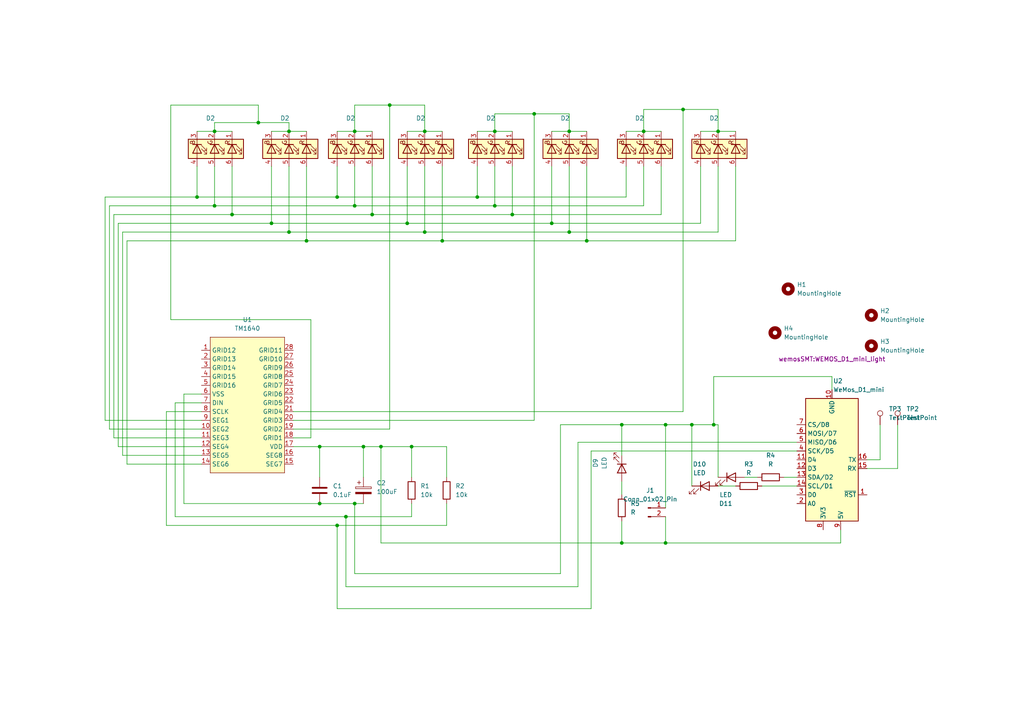
<source format=kicad_sch>
(kicad_sch (version 20230121) (generator eeschema)
  (paper "A4")
  (lib_symbols
    (symbol "Connector:Conn_01x02_Pin" (pin_names (offset 1.016) hide)
      (property "Reference" "J" (at 0 2.54 0))
      (property "Value" "Conn_01x02_Pin" (at 0 -5.08 0))
      (symbol "Conn_01x02_Pin_1_1"
        (polyline (pts (xy 1.27 -2.54) (xy 0.8636 -2.54)) (stroke (width 0.1524)))
        (polyline (pts (xy 1.27 0) (xy 0.8636 0)) (stroke (width 0.1524)))
        (rectangle (start 0.8636 -2.413) (end 0 -2.667) (stroke (width 0.1524)) (fill (type outline)))
        (rectangle (start 0.8636 0.127) (end 0 -0.127) (stroke (width 0.1524)) (fill (type outline)))
        (pin passive line (at 5.08 0 180) (length 3.81) (name "Pin_1") (number "1"))
        (pin passive line (at 5.08 -2.54 180) (length 3.81) (name "Pin_2") (number "2"))
      )
    )
    (symbol "Connector:TestPoint" (pin_numbers hide) (pin_names (offset 0.762) hide)
      (property "Reference" "TP" (at 0 6.858 0))
      (property "Value" "TestPoint" (at 0 5.08 0))
      (symbol "TestPoint_0_1"
        (circle (center 0 3.302) (radius 0.762))
      )
      (symbol "TestPoint_1_1"
        (pin passive line (at 0 0 90) (length 2.54) (name "1") (number "1"))
      )
    )
    (symbol "Device:C" (pin_numbers hide) (pin_names (offset 0.254))
      (property "Reference" "C" (at 0.635 2.54 0))
      (property "Value" "C" (at 0.635 -2.54 0))
      (symbol "C_0_1"
        (polyline (pts (xy -2.032 -0.762) (xy 2.032 -0.762)) (stroke (width 0.508)))
        (polyline (pts (xy -2.032 0.762) (xy 2.032 0.762)) (stroke (width 0.508)))
      )
      (symbol "C_1_1"
        (pin passive line (at 0 3.81 270) (length 2.794) (name "~") (number "1"))
        (pin passive line (at 0 -3.81 90) (length 2.794) (name "~") (number "2"))
      )
    )
    (symbol "Device:C_Polarized" (pin_numbers hide) (pin_names (offset 0.254))
      (property "Reference" "C" (at 0.635 2.54 0))
      (property "Value" "C_Polarized" (at 0.635 -2.54 0))
      (symbol "C_Polarized_0_1"
        (rectangle (start -2.286 0.508) (end 2.286 1.016))
        (polyline (pts (xy -1.778 2.286) (xy -0.762 2.286)))
        (polyline (pts (xy -1.27 2.794) (xy -1.27 1.778)))
        (rectangle (start 2.286 -0.508) (end -2.286 -1.016) (fill (type outline)))
      )
      (symbol "C_Polarized_1_1"
        (pin passive line (at 0 3.81 270) (length 2.794) (name "~") (number "1"))
        (pin passive line (at 0 -3.81 90) (length 2.794) (name "~") (number "2"))
      )
    )
    (symbol "Device:LED" (pin_numbers hide) (pin_names (offset 1.016) hide)
      (property "Reference" "D" (at 0 2.54 0))
      (property "Value" "LED" (at 0 -2.54 0))
      (symbol "LED_0_1"
        (polyline (pts (xy -1.27 -1.27) (xy -1.27 1.27)) (stroke (width 0.254)))
        (polyline (pts (xy -1.27 0) (xy 1.27 0)))
        (polyline (pts (xy 1.27 -1.27) (xy 1.27 1.27) (xy -1.27 0) (xy 1.27 -1.27)) (stroke (width 0.254)))
        (polyline (pts (xy -3.048 -0.762) (xy -4.572 -2.286) (xy -3.81 -2.286) (xy -4.572 -2.286) (xy -4.572 -1.524)))
        (polyline (pts (xy -1.778 -0.762) (xy -3.302 -2.286) (xy -2.54 -2.286) (xy -3.302 -2.286) (xy -3.302 -1.524)))
      )
      (symbol "LED_1_1"
        (pin passive line (at -3.81 0 0) (length 2.54) (name "K") (number "1"))
        (pin passive line (at 3.81 0 180) (length 2.54) (name "A") (number "2"))
      )
    )
    (symbol "Device:LED_RGB" (pin_names (offset 0) hide)
      (property "Reference" "D" (at 0 9.398 0))
      (property "Value" "LED_RGB" (at 0 -8.89 0))
      (symbol "LED_RGB_0_0"
        (text "B" (at -1.905 -6.35 0) (effects (font (size 1.27 1.27))))
        (text "G" (at -1.905 -1.27 0) (effects (font (size 1.27 1.27))))
        (text "R" (at -1.905 3.81 0) (effects (font (size 1.27 1.27))))
      )
      (symbol "LED_RGB_0_1"
        (polyline (pts (xy -1.27 -5.08) (xy -2.54 -5.08)))
        (polyline (pts (xy -1.27 -5.08) (xy 1.27 -5.08)))
        (polyline (pts (xy -1.27 -3.81) (xy -1.27 -6.35)) (stroke (width 0.254)))
        (polyline (pts (xy -1.27 0) (xy -2.54 0)))
        (polyline (pts (xy -1.27 1.27) (xy -1.27 -1.27)) (stroke (width 0.254)))
        (polyline (pts (xy -1.27 5.08) (xy -2.54 5.08)))
        (polyline (pts (xy -1.27 5.08) (xy 1.27 5.08)))
        (polyline (pts (xy -1.27 6.35) (xy -1.27 3.81)) (stroke (width 0.254)))
        (polyline (pts (xy 1.27 -5.08) (xy 2.54 -5.08)))
        (polyline (pts (xy 1.27 0) (xy -1.27 0)))
        (polyline (pts (xy 1.27 0) (xy 2.54 0)))
        (polyline (pts (xy 1.27 5.08) (xy 2.54 5.08)))
        (polyline (pts (xy -1.27 1.27) (xy -1.27 -1.27) (xy -1.27 -1.27)))
        (polyline (pts (xy -1.27 6.35) (xy -1.27 3.81) (xy -1.27 3.81)))
        (polyline (pts (xy 1.27 -3.81) (xy 1.27 -6.35) (xy -1.27 -5.08) (xy 1.27 -3.81)) (stroke (width 0.254)))
        (polyline (pts (xy 1.27 1.27) (xy 1.27 -1.27) (xy -1.27 0) (xy 1.27 1.27)) (stroke (width 0.254)))
        (polyline (pts (xy 1.27 6.35) (xy 1.27 3.81) (xy -1.27 5.08) (xy 1.27 6.35)) (stroke (width 0.254)))
        (polyline (pts (xy -1.016 -3.81) (xy 0.508 -2.286) (xy -0.254 -2.286) (xy 0.508 -2.286) (xy 0.508 -3.048)))
        (polyline (pts (xy -1.016 1.27) (xy 0.508 2.794) (xy -0.254 2.794) (xy 0.508 2.794) (xy 0.508 2.032)))
        (polyline (pts (xy -1.016 6.35) (xy 0.508 7.874) (xy -0.254 7.874) (xy 0.508 7.874) (xy 0.508 7.112)))
        (polyline (pts (xy 0 -3.81) (xy 1.524 -2.286) (xy 0.762 -2.286) (xy 1.524 -2.286) (xy 1.524 -3.048)))
        (polyline (pts (xy 0 1.27) (xy 1.524 2.794) (xy 0.762 2.794) (xy 1.524 2.794) (xy 1.524 2.032)))
        (polyline (pts (xy 0 6.35) (xy 1.524 7.874) (xy 0.762 7.874) (xy 1.524 7.874) (xy 1.524 7.112)))
        (rectangle (start 1.27 -1.27) (end 1.27 1.27))
        (rectangle (start 1.27 1.27) (end 1.27 1.27))
        (rectangle (start 1.27 3.81) (end 1.27 6.35))
        (rectangle (start 1.27 6.35) (end 1.27 6.35))
        (rectangle (start 2.794 8.382) (end -2.794 -7.62) (stroke (width 0.254)) (fill (type background)))
      )
      (symbol "LED_RGB_1_1"
        (pin passive line (at -5.08 5.08 0) (length 2.54) (name "RK") (number "1"))
        (pin passive line (at -5.08 0 0) (length 2.54) (name "GK") (number "2"))
        (pin passive line (at -5.08 -5.08 0) (length 2.54) (name "BK") (number "3"))
        (pin passive line (at 5.08 -5.08 180) (length 2.54) (name "BA") (number "4"))
        (pin passive line (at 5.08 0 180) (length 2.54) (name "GA") (number "5"))
        (pin passive line (at 5.08 5.08 180) (length 2.54) (name "RA") (number "6"))
      )
    )
    (symbol "Device:R" (pin_numbers hide) (pin_names (offset 0))
      (property "Reference" "R" (at 2.032 0 90))
      (property "Value" "R" (at 0 0 90))
      (symbol "R_0_1"
        (rectangle (start -1.016 -2.54) (end 1.016 2.54) (stroke (width 0.254)))
      )
      (symbol "R_1_1"
        (pin passive line (at 0 3.81 270) (length 1.27) (name "~") (number "1"))
        (pin passive line (at 0 -3.81 90) (length 1.27) (name "~") (number "2"))
      )
    )
    (symbol "MCU_Module:WeMos_D1_mini"
      (property "Reference" "U" (at 3.81 19.05 0))
      (property "Value" "WeMos_D1_mini" (at 1.27 -19.05 0))
      (symbol "WeMos_D1_mini_1_1"
        (rectangle (start -7.62 17.78) (end 7.62 -17.78) (stroke (width 0.254)) (fill (type background)))
        (pin input line (at -10.16 10.16 0) (length 2.54) (name "~{RST}") (number "1"))
        (pin power_in line (at 0 -20.32 90) (length 2.54) (name "GND") (number "10"))
        (pin bidirectional line (at 10.16 0 180) (length 2.54) (name "D4") (number "11"))
        (pin bidirectional line (at 10.16 2.54 180) (length 2.54) (name "D3") (number "12"))
        (pin bidirectional line (at 10.16 5.08 180) (length 2.54) (name "SDA/D2") (number "13"))
        (pin bidirectional line (at 10.16 7.62 180) (length 2.54) (name "SCL/D1") (number "14"))
        (pin input line (at -10.16 2.54 0) (length 2.54) (name "RX") (number "15"))
        (pin output line (at -10.16 0 0) (length 2.54) (name "TX") (number "16"))
        (pin input line (at 10.16 12.7 180) (length 2.54) (name "A0") (number "2"))
        (pin bidirectional line (at 10.16 10.16 180) (length 2.54) (name "D0") (number "3"))
        (pin bidirectional line (at 10.16 -2.54 180) (length 2.54) (name "SCK/D5") (number "4"))
        (pin bidirectional line (at 10.16 -5.08 180) (length 2.54) (name "MISO/D6") (number "5"))
        (pin bidirectional line (at 10.16 -7.62 180) (length 2.54) (name "MOSI/D7") (number "6"))
        (pin bidirectional line (at 10.16 -10.16 180) (length 2.54) (name "CS/D8") (number "7"))
        (pin power_out line (at 2.54 20.32 270) (length 2.54) (name "3V3") (number "8"))
        (pin power_in line (at -2.54 20.32 270) (length 2.54) (name "5V") (number "9"))
      )
    )
    (symbol "Mechanical:MountingHole" (pin_names (offset 1.016))
      (property "Reference" "H" (at 0 5.08 0))
      (property "Value" "MountingHole" (at 0 3.175 0))
      (symbol "MountingHole_0_1"
        (circle (center 0 0) (radius 1.27) (stroke (width 1.27)))
      )
    )
    (symbol "tm1640:TM1640"
      (property "Reference" "U" (at 7.62 31.75 0))
      (property "Value" "TM1640" (at 24.13 31.75 0))
      (symbol "TM1640_0_1"
        (rectangle (start 6.35 30.48) (end 27.94 -8.89) (fill (type background)))
      )
      (symbol "TM1640_1_1"
        (pin bidirectional line (at 3.81 26.67 0) (length 2.54) (name "GRID12") (number "1"))
        (pin bidirectional line (at 3.81 3.81 0) (length 2.54) (name "SEG2") (number "10"))
        (pin bidirectional line (at 3.81 1.27 0) (length 2.54) (name "SEG3") (number "11"))
        (pin bidirectional line (at 3.81 -1.27 0) (length 2.54) (name "SEG4") (number "12"))
        (pin bidirectional line (at 3.81 -3.81 0) (length 2.54) (name "SEG5") (number "13"))
        (pin bidirectional line (at 3.81 -6.35 0) (length 2.54) (name "SEG6") (number "14"))
        (pin bidirectional line (at 30.48 -6.35 180) (length 2.54) (name "SEG7") (number "15"))
        (pin bidirectional line (at 30.48 -3.81 180) (length 2.54) (name "SEG8") (number "16"))
        (pin power_in line (at 30.48 -1.27 180) (length 2.54) (name "VDD") (number "17"))
        (pin bidirectional line (at 30.48 1.27 180) (length 2.54) (name "GRID1") (number "18"))
        (pin bidirectional line (at 30.48 3.81 180) (length 2.54) (name "GRID2") (number "19"))
        (pin bidirectional line (at 3.81 24.13 0) (length 2.54) (name "GRID13") (number "2"))
        (pin bidirectional line (at 30.48 6.35 180) (length 2.54) (name "GRID3") (number "20"))
        (pin bidirectional line (at 30.48 8.89 180) (length 2.54) (name "GRID4") (number "21"))
        (pin bidirectional line (at 30.48 11.43 180) (length 2.54) (name "GRID5") (number "22"))
        (pin bidirectional line (at 30.48 13.97 180) (length 2.54) (name "GRID6") (number "23"))
        (pin bidirectional line (at 30.48 16.51 180) (length 2.54) (name "GRID7") (number "24"))
        (pin bidirectional line (at 30.48 19.05 180) (length 2.54) (name "GRID8") (number "25"))
        (pin bidirectional line (at 30.48 21.59 180) (length 2.54) (name "GRID9") (number "26"))
        (pin bidirectional line (at 30.48 24.13 180) (length 2.54) (name "GRID10") (number "27"))
        (pin bidirectional line (at 30.48 26.67 180) (length 2.54) (name "GRID11") (number "28"))
        (pin bidirectional line (at 3.81 21.59 0) (length 2.54) (name "GRID14") (number "3"))
        (pin bidirectional line (at 3.81 19.05 0) (length 2.54) (name "GRID15") (number "4"))
        (pin bidirectional line (at 3.81 16.51 0) (length 2.54) (name "GRID16") (number "5"))
        (pin bidirectional line (at 3.81 13.97 0) (length 2.54) (name "VSS") (number "6"))
        (pin bidirectional line (at 3.81 11.43 0) (length 2.54) (name "DIN") (number "7"))
        (pin bidirectional line (at 3.81 8.89 0) (length 2.54) (name "SCLK") (number "8"))
        (pin bidirectional line (at 3.81 6.35 0) (length 2.54) (name "SEG1") (number "9"))
      )
    )
  )
  (junction (at 83.82 38.1))
  (junction (at 170.18 69.85))
  (junction (at 143.51 38.1))
  (junction (at 186.69 38.1))
  (junction (at 92.71 129.54))
  (junction (at 123.19 67.31))
  (junction (at 78.74 64.77))
  (junction (at 97.79 152.4))
  (junction (at 143.51 59.69))
  (junction (at 165.1 67.31))
  (junction (at 193.04 123.19))
  (junction (at 180.34 157.48))
  (junction (at 207.01 123.19))
  (junction (at 57.15 57.15))
  (junction (at 128.27 69.85))
  (junction (at 208.28 38.1))
  (junction (at 100.33 149.86))
  (junction (at 119.38 129.54))
  (junction (at 62.23 38.1))
  (junction (at 88.9 69.85))
  (junction (at 118.11 64.77))
  (junction (at 105.41 129.54))
  (junction (at 67.31 62.23))
  (junction (at 110.49 129.54))
  (junction (at 165.1 38.1))
  (junction (at 102.87 38.1))
  (junction (at 113.03 30.48))
  (junction (at 83.82 67.31))
  (junction (at 74.93 35.56))
  (junction (at 200.66 123.19))
  (junction (at 138.43 57.15))
  (junction (at 154.94 33.02))
  (junction (at 180.34 123.19))
  (junction (at 97.79 57.15))
  (junction (at 102.87 146.05))
  (junction (at 193.04 157.48))
  (junction (at 148.59 62.23))
  (junction (at 198.12 31.75))
  (junction (at 102.87 59.69))
  (junction (at 123.19 38.1))
  (junction (at 62.23 59.69))
  (junction (at 160.02 64.77))
  (junction (at 107.95 62.23))
  (junction (at 92.71 146.05))
  (wire (pts (xy 208.28 67.31) (xy 208.28 48.26)))
  (wire (pts (xy 227.33 138.43) (xy 231.14 138.43)))
  (wire (pts (xy 123.19 67.31) (xy 165.1 67.31)))
  (wire (pts (xy 170.18 69.85) (xy 213.36 69.85)))
  (wire (pts (xy 160.02 64.77) (xy 203.2 64.77)))
  (wire (pts (xy 67.31 62.23) (xy 107.95 62.23)))
  (wire (pts (xy 123.19 30.48) (xy 113.03 30.48)))
  (wire (pts (xy 215.9 138.43) (xy 219.71 138.43)))
  (wire (pts (xy 213.36 69.85) (xy 213.36 48.26)))
  (wire (pts (xy 170.18 69.85) (xy 170.18 48.26)))
  (wire (pts (xy 34.29 64.77) (xy 78.74 64.77)))
  (wire (pts (xy 62.23 38.1) (xy 67.31 38.1)))
  (wire (pts (xy 58.42 132.08) (xy 35.56 132.08)))
  (wire (pts (xy 50.8 149.86) (xy 50.8 116.84)))
  (wire (pts (xy 118.11 64.77) (xy 118.11 48.26)))
  (wire (pts (xy 167.64 128.27) (xy 167.64 170.18)))
  (wire (pts (xy 85.09 124.46) (xy 113.03 124.46)))
  (wire (pts (xy 97.79 152.4) (xy 129.54 152.4)))
  (wire (pts (xy 30.48 57.15) (xy 57.15 57.15)))
  (wire (pts (xy 243.84 157.48) (xy 243.84 153.67)))
  (wire (pts (xy 138.43 57.15) (xy 138.43 48.26)))
  (wire (pts (xy 203.2 64.77) (xy 203.2 48.26)))
  (wire (pts (xy 255.27 133.35) (xy 255.27 123.19)))
  (wire (pts (xy 102.87 146.05) (xy 105.41 146.05)))
  (wire (pts (xy 148.59 62.23) (xy 148.59 48.26)))
  (wire (pts (xy 97.79 57.15) (xy 97.79 48.26)))
  (wire (pts (xy 57.15 48.26) (xy 57.15 57.15)))
  (wire (pts (xy 110.49 129.54) (xy 119.38 129.54)))
  (wire (pts (xy 138.43 57.15) (xy 181.61 57.15)))
  (wire (pts (xy 154.94 33.02) (xy 143.51 33.02)))
  (wire (pts (xy 85.09 121.92) (xy 154.94 121.92)))
  (wire (pts (xy 154.94 33.02) (xy 165.1 33.02)))
  (wire (pts (xy 118.11 64.77) (xy 160.02 64.77)))
  (wire (pts (xy 186.69 31.75) (xy 186.69 38.1)))
  (wire (pts (xy 231.14 130.81) (xy 171.45 130.81)))
  (wire (pts (xy 100.33 149.86) (xy 100.33 170.18)))
  (wire (pts (xy 193.04 123.19) (xy 193.04 147.32)))
  (wire (pts (xy 58.42 124.46) (xy 31.75 124.46)))
  (wire (pts (xy 92.71 146.05) (xy 53.34 146.05)))
  (wire (pts (xy 193.04 123.19) (xy 200.66 123.19)))
  (wire (pts (xy 231.14 128.27) (xy 167.64 128.27)))
  (wire (pts (xy 181.61 57.15) (xy 181.61 48.26)))
  (wire (pts (xy 203.2 38.1) (xy 208.28 38.1)))
  (wire (pts (xy 129.54 129.54) (xy 129.54 138.43)))
  (wire (pts (xy 260.35 135.89) (xy 260.35 123.19)))
  (wire (pts (xy 180.34 157.48) (xy 193.04 157.48)))
  (wire (pts (xy 62.23 35.56) (xy 74.93 35.56)))
  (wire (pts (xy 97.79 38.1) (xy 102.87 38.1)))
  (wire (pts (xy 143.51 59.69) (xy 143.51 48.26)))
  (wire (pts (xy 53.34 146.05) (xy 53.34 114.3)))
  (wire (pts (xy 53.34 114.3) (xy 58.42 114.3)))
  (wire (pts (xy 105.41 129.54) (xy 105.41 138.43)))
  (wire (pts (xy 165.1 67.31) (xy 165.1 48.26)))
  (wire (pts (xy 207.01 123.19) (xy 207.01 109.22)))
  (wire (pts (xy 34.29 129.54) (xy 34.29 64.77)))
  (wire (pts (xy 97.79 152.4) (xy 97.79 176.53)))
  (wire (pts (xy 92.71 129.54) (xy 105.41 129.54)))
  (wire (pts (xy 171.45 130.81) (xy 171.45 176.53)))
  (wire (pts (xy 113.03 124.46) (xy 113.03 30.48)))
  (wire (pts (xy 119.38 129.54) (xy 129.54 129.54)))
  (wire (pts (xy 107.95 62.23) (xy 107.95 48.26)))
  (wire (pts (xy 100.33 149.86) (xy 119.38 149.86)))
  (wire (pts (xy 128.27 69.85) (xy 128.27 48.26)))
  (wire (pts (xy 36.83 134.62) (xy 36.83 69.85)))
  (wire (pts (xy 62.23 59.69) (xy 102.87 59.69)))
  (wire (pts (xy 90.17 92.71) (xy 90.17 127)))
  (wire (pts (xy 102.87 146.05) (xy 102.87 166.37)))
  (wire (pts (xy 31.75 59.69) (xy 62.23 59.69)))
  (wire (pts (xy 119.38 146.05) (xy 119.38 149.86)))
  (wire (pts (xy 200.66 123.19) (xy 207.01 123.19)))
  (wire (pts (xy 102.87 38.1) (xy 107.95 38.1)))
  (wire (pts (xy 162.56 123.19) (xy 180.34 123.19)))
  (wire (pts (xy 102.87 166.37) (xy 162.56 166.37)))
  (wire (pts (xy 78.74 64.77) (xy 118.11 64.77)))
  (wire (pts (xy 74.93 35.56) (xy 83.82 35.56)))
  (wire (pts (xy 62.23 48.26) (xy 62.23 59.69)))
  (wire (pts (xy 198.12 31.75) (xy 186.69 31.75)))
  (wire (pts (xy 160.02 38.1) (xy 165.1 38.1)))
  (wire (pts (xy 180.34 123.19) (xy 193.04 123.19)))
  (wire (pts (xy 92.71 146.05) (xy 102.87 146.05)))
  (wire (pts (xy 67.31 48.26) (xy 67.31 62.23)))
  (wire (pts (xy 110.49 157.48) (xy 180.34 157.48)))
  (wire (pts (xy 92.71 138.43) (xy 92.71 129.54)))
  (wire (pts (xy 128.27 69.85) (xy 170.18 69.85)))
  (wire (pts (xy 251.46 133.35) (xy 255.27 133.35)))
  (wire (pts (xy 35.56 67.31) (xy 83.82 67.31)))
  (wire (pts (xy 148.59 62.23) (xy 191.77 62.23)))
  (wire (pts (xy 30.48 121.92) (xy 30.48 57.15)))
  (wire (pts (xy 83.82 67.31) (xy 83.82 48.26)))
  (wire (pts (xy 48.26 152.4) (xy 97.79 152.4)))
  (wire (pts (xy 58.42 127) (xy 33.02 127)))
  (wire (pts (xy 180.34 151.13) (xy 180.34 157.48)))
  (wire (pts (xy 208.28 140.97) (xy 213.36 140.97)))
  (wire (pts (xy 208.28 138.43) (xy 208.28 123.19)))
  (wire (pts (xy 165.1 67.31) (xy 208.28 67.31)))
  (wire (pts (xy 57.15 57.15) (xy 97.79 57.15)))
  (wire (pts (xy 57.15 38.1) (xy 62.23 38.1)))
  (wire (pts (xy 200.66 123.19) (xy 200.66 140.97)))
  (wire (pts (xy 83.82 38.1) (xy 88.9 38.1)))
  (wire (pts (xy 88.9 69.85) (xy 88.9 48.26)))
  (wire (pts (xy 123.19 67.31) (xy 123.19 48.26)))
  (wire (pts (xy 49.53 92.71) (xy 90.17 92.71)))
  (wire (pts (xy 74.93 30.48) (xy 74.93 35.56)))
  (wire (pts (xy 58.42 121.92) (xy 30.48 121.92)))
  (wire (pts (xy 49.53 30.48) (xy 74.93 30.48)))
  (wire (pts (xy 48.26 119.38) (xy 58.42 119.38)))
  (wire (pts (xy 100.33 170.18) (xy 167.64 170.18)))
  (wire (pts (xy 107.95 62.23) (xy 148.59 62.23)))
  (wire (pts (xy 102.87 30.48) (xy 102.87 38.1)))
  (wire (pts (xy 83.82 67.31) (xy 123.19 67.31)))
  (wire (pts (xy 36.83 69.85) (xy 88.9 69.85)))
  (wire (pts (xy 180.34 123.19) (xy 180.34 132.08)))
  (wire (pts (xy 123.19 38.1) (xy 123.19 30.48)))
  (wire (pts (xy 90.17 127) (xy 85.09 127)))
  (wire (pts (xy 62.23 38.1) (xy 62.23 35.56)))
  (wire (pts (xy 208.28 38.1) (xy 213.36 38.1)))
  (wire (pts (xy 180.34 139.7) (xy 180.34 143.51)))
  (wire (pts (xy 78.74 64.77) (xy 78.74 48.26)))
  (wire (pts (xy 33.02 62.23) (xy 67.31 62.23)))
  (wire (pts (xy 113.03 30.48) (xy 102.87 30.48)))
  (wire (pts (xy 123.19 38.1) (xy 128.27 38.1)))
  (wire (pts (xy 110.49 157.48) (xy 110.49 129.54)))
  (wire (pts (xy 129.54 146.05) (xy 129.54 152.4)))
  (wire (pts (xy 97.79 57.15) (xy 138.43 57.15)))
  (wire (pts (xy 58.42 134.62) (xy 36.83 134.62)))
  (wire (pts (xy 207.01 109.22) (xy 241.3 109.22)))
  (wire (pts (xy 31.75 124.46) (xy 31.75 59.69)))
  (wire (pts (xy 143.51 59.69) (xy 186.69 59.69)))
  (wire (pts (xy 97.79 176.53) (xy 171.45 176.53)))
  (wire (pts (xy 143.51 33.02) (xy 143.51 38.1)))
  (wire (pts (xy 78.74 38.1) (xy 83.82 38.1)))
  (wire (pts (xy 92.71 129.54) (xy 85.09 129.54)))
  (wire (pts (xy 49.53 30.48) (xy 49.53 92.71)))
  (wire (pts (xy 88.9 69.85) (xy 128.27 69.85)))
  (wire (pts (xy 85.09 119.38) (xy 198.12 119.38)))
  (wire (pts (xy 50.8 149.86) (xy 100.33 149.86)))
  (wire (pts (xy 251.46 135.89) (xy 260.35 135.89)))
  (wire (pts (xy 48.26 152.4) (xy 48.26 119.38)))
  (wire (pts (xy 50.8 116.84) (xy 58.42 116.84)))
  (wire (pts (xy 191.77 62.23) (xy 191.77 48.26)))
  (wire (pts (xy 58.42 129.54) (xy 34.29 129.54)))
  (wire (pts (xy 198.12 31.75) (xy 208.28 31.75)))
  (wire (pts (xy 35.56 132.08) (xy 35.56 67.31)))
  (wire (pts (xy 118.11 38.1) (xy 123.19 38.1)))
  (wire (pts (xy 198.12 119.38) (xy 198.12 31.75)))
  (wire (pts (xy 193.04 149.86) (xy 193.04 157.48)))
  (wire (pts (xy 186.69 59.69) (xy 186.69 48.26)))
  (wire (pts (xy 83.82 35.56) (xy 83.82 38.1)))
  (wire (pts (xy 102.87 59.69) (xy 102.87 48.26)))
  (wire (pts (xy 165.1 38.1) (xy 170.18 38.1)))
  (wire (pts (xy 143.51 38.1) (xy 148.59 38.1)))
  (wire (pts (xy 193.04 157.48) (xy 243.84 157.48)))
  (wire (pts (xy 33.02 127) (xy 33.02 62.23)))
  (wire (pts (xy 162.56 166.37) (xy 162.56 123.19)))
  (wire (pts (xy 160.02 64.77) (xy 160.02 48.26)))
  (wire (pts (xy 102.87 59.69) (xy 143.51 59.69)))
  (wire (pts (xy 181.61 38.1) (xy 186.69 38.1)))
  (wire (pts (xy 138.43 38.1) (xy 143.51 38.1)))
  (wire (pts (xy 208.28 123.19) (xy 207.01 123.19)))
  (wire (pts (xy 220.98 140.97) (xy 231.14 140.97)))
  (wire (pts (xy 105.41 129.54) (xy 110.49 129.54)))
  (wire (pts (xy 165.1 33.02) (xy 165.1 38.1)))
  (wire (pts (xy 241.3 109.22) (xy 241.3 113.03)))
  (wire (pts (xy 154.94 121.92) (xy 154.94 33.02)))
  (wire (pts (xy 119.38 129.54) (xy 119.38 138.43)))
  (wire (pts (xy 208.28 31.75) (xy 208.28 38.1)))
  (wire (pts (xy 186.69 38.1) (xy 191.77 38.1)))
  (symbol (lib_id "Connector:TestPoint") (at 260.35 123.19 0) (unit 1)
    (property "Reference" "TP2" (at 262.89 118.618 0) (effects (justify left)))
    (property "Value" "TestPoint" (at 262.89 121.158 0) (effects (justify left)))
    (property "Footprint" "TestPoint:TestPoint_Pad_D2.0mm" (effects hide))
  )
  (symbol (lib_id "Device:LED_RGB") (at 62.23 43.18 270) (unit 1)
    (property "Reference" "D1" (effects hide))
    (property "Value" "D2" (at 59.69 34.29 90) (effects (justify left)))
    (property "Footprint" "LED_SMD:LED_RGB_5050-6" (effects hide))
  )
  (symbol (lib_id "Device:R") (at 129.54 142.24 0) (unit 1)
    (property "Reference" "R2" (at 132.08 140.97 0) (effects (justify left)))
    (property "Value" "10k" (at 132.08 143.51 0) (effects (justify left)))
    (property "Footprint" "Resistor_SMD:R_0402_1005Metric" (effects hide))
  )
  (symbol (lib_id "Mechanical:MountingHole") (at 252.73 91.44 0) (unit 1)
    (property "Reference" "H2" (at 255.27 90.17 0) (effects (justify left)))
    (property "Value" "MountingHole" (at 255.27 92.71 0) (effects (justify left)))
    (property "Footprint" "MountingHole:MountingHole_3.2mm_M3" (effects hide))
  )
  (symbol (lib_id "Connector:Conn_01x02_Pin") (at 187.96 147.32 0) (unit 1)
    (property "Reference" "J1" (at 188.595 142.24 0))
    (property "Value" "Conn_01x02_Pin" (at 188.595 144.78 0))
    (property "Footprint" "Connector_JST:JST_EH_B2B-EH-A_1x02_P2.50mm_Vertical" (effects hide))
  )
  (symbol (lib_id "Device:LED") (at 204.47 140.97 0) (unit 1)
    (property "Reference" "D10" (at 202.8825 134.62 0))
    (property "Value" "LED" (at 202.8825 137.16 0))
    (property "Footprint" "LED_SMD:LED_0603_1608Metric" (effects hide))
  )
  (symbol (lib_id "MCU_Module:WeMos_D1_mini") (at 241.3 133.35 180) (unit 1)
    (property "Reference" "U2" (at 241.6459 110.49 0) (effects (justify right)))
    (property "Value" "WeMos_D1_mini" (at 241.6459 113.03 0) (effects (justify right)))
    (property "Footprint" "wemosSMT:WEMOS_D1_mini_light" (at 241.3 104.14 0))
    (property "Datasheet" "https://wiki.wemos.cc/products:d1:d1_mini#documentation" (effects hide))
  )
  (symbol (lib_id "Mechanical:MountingHole") (at 228.6 83.82 0) (unit 1)
    (property "Reference" "H1" (at 231.14 82.55 0) (effects (justify left)))
    (property "Value" "MountingHole" (at 231.14 85.09 0) (effects (justify left)))
    (property "Footprint" "MountingHole:MountingHole_3.2mm_M3" (effects hide))
  )
  (symbol (lib_id "Device:LED_RGB") (at 143.51 43.18 270) (unit 1)
    (property "Reference" "D5" (effects hide))
    (property "Value" "D2" (at 140.97 34.29 90) (effects (justify left)))
    (property "Footprint" "LED_SMD:LED_RGB_5050-6" (effects hide))
  )
  (symbol (lib_id "Device:C_Polarized") (at 105.41 142.24 0) (unit 1)
    (property "Reference" "C2" (at 109.22 140.081 0) (effects (justify left)))
    (property "Value" "100uF" (at 109.22 142.621 0) (effects (justify left)))
    (property "Footprint" "Capacitor_Tantalum_SMD:CP_EIA-3528-12_Kemet-T" (effects hide))
  )
  (symbol (lib_id "Mechanical:MountingHole") (at 224.79 96.52 0) (unit 1)
    (property "Reference" "H4" (at 227.33 95.25 0) (effects (justify left)))
    (property "Value" "MountingHole" (at 227.33 97.79 0) (effects (justify left)))
    (property "Footprint" "MountingHole:MountingHole_3.2mm_M3" (effects hide))
  )
  (symbol (lib_id "Device:R") (at 119.38 142.24 0) (unit 1)
    (property "Reference" "R1" (at 121.92 140.97 0) (effects (justify left)))
    (property "Value" "10k" (at 121.92 143.51 0) (effects (justify left)))
    (property "Footprint" "Resistor_SMD:R_0402_1005Metric" (effects hide))
  )
  (symbol (lib_id "Device:R") (at 217.17 140.97 90) (unit 1)
    (property "Reference" "R3" (at 217.17 134.62 90))
    (property "Value" "R" (at 217.17 137.16 90))
    (property "Footprint" "Resistor_SMD:R_0402_1005Metric" (effects hide))
  )
  (symbol (lib_id "Device:C") (at 92.71 142.24 0) (unit 1)
    (property "Reference" "C1" (at 96.52 140.97 0) (effects (justify left)))
    (property "Value" "0.1uF" (at 96.52 143.51 0) (effects (justify left)))
    (property "Footprint" "Capacitor_SMD:C_0603_1608Metric" (effects hide))
  )
  (symbol (lib_id "Device:LED") (at 212.09 138.43 0) (unit 1)
    (property "Reference" "D11" (at 210.5025 146.05 0))
    (property "Value" "LED" (at 210.5025 143.51 0))
    (property "Footprint" "LED_SMD:LED_0603_1608Metric" (effects hide))
  )
  (symbol (lib_id "Connector:TestPoint") (at 255.27 123.19 0) (unit 1)
    (property "Reference" "TP3" (at 257.81 118.618 0) (effects (justify left)))
    (property "Value" "TestPoint" (at 257.81 121.158 0) (effects (justify left)))
    (property "Footprint" "TestPoint:TestPoint_Pad_D2.0mm" (effects hide))
  )
  (symbol (lib_id "Device:R") (at 180.34 147.32 0) (unit 1)
    (property "Reference" "R5" (at 182.88 146.05 0) (effects (justify left)))
    (property "Value" "R" (at 182.88 148.59 0) (effects (justify left)))
    (property "Footprint" "Resistor_SMD:R_0402_1005Metric" (effects hide))
  )
  (symbol (lib_id "Device:LED_RGB") (at 186.69 43.18 270) (unit 1)
    (property "Reference" "D7" (effects hide))
    (property "Value" "D2" (at 184.15 34.29 90) (effects (justify left)))
    (property "Footprint" "LED_SMD:LED_RGB_5050-6" (effects hide))
  )
  (symbol (lib_id "Device:R") (at 223.52 138.43 90) (unit 1)
    (property "Reference" "R4" (at 223.52 132.08 90))
    (property "Value" "R" (at 223.52 134.62 90))
    (property "Footprint" "Resistor_SMD:R_0402_1005Metric" (effects hide))
  )
  (symbol (lib_id "Device:LED_RGB") (at 165.1 43.18 270) (unit 1)
    (property "Reference" "D6" (effects hide))
    (property "Value" "D2" (at 162.56 34.29 90) (effects (justify left)))
    (property "Footprint" "LED_SMD:LED_RGB_5050-6" (effects hide))
  )
  (symbol (lib_id "Device:LED_RGB") (at 208.28 43.18 270) (unit 1)
    (property "Reference" "D8" (effects hide))
    (property "Value" "D2" (at 205.74 34.29 90) (effects (justify left)))
    (property "Footprint" "LED_SMD:LED_RGB_5050-6" (effects hide))
  )
  (symbol (lib_id "Device:LED") (at 180.34 135.89 270) (unit 1)
    (property "Reference" "D9" (at 172.72 134.3025 0))
    (property "Value" "LED" (at 175.26 134.3025 0))
    (property "Footprint" "LED_SMD:LED_0603_1608Metric" (effects hide))
  )
  (symbol (lib_id "Device:LED_RGB") (at 83.82 43.18 270) (unit 1)
    (property "Reference" "D2" (effects hide))
    (property "Value" "D2" (at 81.28 34.29 90) (effects (justify left)))
    (property "Footprint" "LED_SMD:LED_RGB_5050-6" (effects hide))
  )
  (symbol (lib_id "Mechanical:MountingHole") (at 252.73 100.33 0) (unit 1)
    (property "Reference" "H3" (at 255.27 99.06 0) (effects (justify left)))
    (property "Value" "MountingHole" (at 255.27 101.6 0) (effects (justify left)))
    (property "Footprint" "MountingHole:MountingHole_3.2mm_M3" (effects hide))
  )
  (symbol (lib_id "Device:LED_RGB") (at 123.19 43.18 270) (unit 1)
    (property "Reference" "D4" (effects hide))
    (property "Value" "D2" (at 120.65 34.29 90) (effects (justify left)))
    (property "Footprint" "LED_SMD:LED_RGB_5050-6" (effects hide))
  )
  (symbol (lib_id "tm1640:TM1640") (at 54.61 128.27 0) (unit 1)
    (property "Reference" "U1" (at 71.755 92.71 0))
    (property "Value" "TM1640" (at 71.755 95.25 0))
    (property "Footprint" "files:TM1640" (effects hide))
  )
  (symbol (lib_id "Device:LED_RGB") (at 102.87 43.18 270) (unit 1)
    (property "Reference" "D3" (effects hide))
    (property "Value" "D2" (at 100.33 34.29 90) (effects (justify left)))
    (property "Footprint" "LED_SMD:LED_RGB_5050-6" (effects hide))
  )
)
</source>
